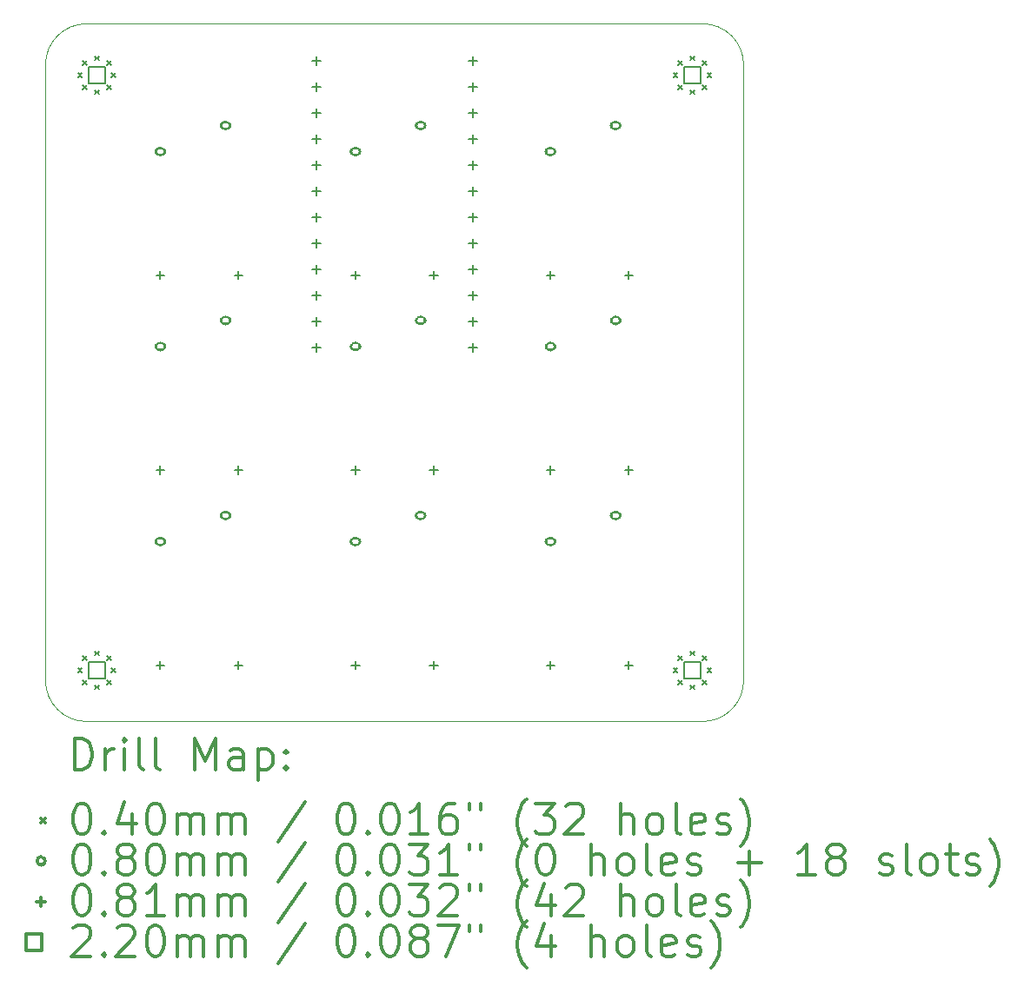
<source format=gbr>
%FSLAX45Y45*%
G04 Gerber Fmt 4.5, Leading zero omitted, Abs format (unit mm)*
G04 Created by KiCad (PCBNEW 5.1.6-1.fc32) date 2020-07-09 19:36:00*
%MOMM*%
%LPD*%
G01*
G04 APERTURE LIST*
%TA.AperFunction,Profile*%
%ADD10C,0.050000*%
%TD*%
%ADD11C,0.200000*%
%ADD12C,0.300000*%
G04 APERTURE END LIST*
D10*
X8500000Y-14900000D02*
X8500000Y-8900000D01*
X14900000Y-15300000D02*
X8900000Y-15300000D01*
X15300000Y-8900000D02*
X15300000Y-14900000D01*
X8900000Y-8500000D02*
X14900000Y-8500000D01*
X8500000Y-8900000D02*
G75*
G02*
X8900000Y-8500000I400000J0D01*
G01*
X8900000Y-15300000D02*
G75*
G02*
X8500000Y-14900000I0J400000D01*
G01*
X15300000Y-14900000D02*
G75*
G02*
X14900000Y-15300000I-400000J0D01*
G01*
X14900000Y-8500000D02*
G75*
G02*
X15300000Y-8900000I0J-400000D01*
G01*
D11*
X9096673Y-14896673D02*
X9136673Y-14936673D01*
X9136673Y-14896673D02*
X9096673Y-14936673D01*
X9145000Y-14780000D02*
X9185000Y-14820000D01*
X9185000Y-14780000D02*
X9145000Y-14820000D01*
X14663327Y-9096673D02*
X14703327Y-9136673D01*
X14703327Y-9096673D02*
X14663327Y-9136673D01*
X14615000Y-14780000D02*
X14655000Y-14820000D01*
X14655000Y-14780000D02*
X14615000Y-14820000D01*
X14663327Y-14663327D02*
X14703327Y-14703327D01*
X14703327Y-14663327D02*
X14663327Y-14703327D01*
X14663327Y-14896673D02*
X14703327Y-14936673D01*
X14703327Y-14896673D02*
X14663327Y-14936673D01*
X14780000Y-14615000D02*
X14820000Y-14655000D01*
X14820000Y-14615000D02*
X14780000Y-14655000D01*
X14780000Y-14945000D02*
X14820000Y-14985000D01*
X14820000Y-14945000D02*
X14780000Y-14985000D01*
X14896673Y-14663327D02*
X14936673Y-14703327D01*
X14936673Y-14663327D02*
X14896673Y-14703327D01*
X14896673Y-14896673D02*
X14936673Y-14936673D01*
X14936673Y-14896673D02*
X14896673Y-14936673D01*
X14945000Y-14780000D02*
X14985000Y-14820000D01*
X14985000Y-14780000D02*
X14945000Y-14820000D01*
X8815000Y-8980000D02*
X8855000Y-9020000D01*
X8855000Y-8980000D02*
X8815000Y-9020000D01*
X8863327Y-8863327D02*
X8903327Y-8903327D01*
X8903327Y-8863327D02*
X8863327Y-8903327D01*
X8863327Y-9096673D02*
X8903327Y-9136673D01*
X8903327Y-9096673D02*
X8863327Y-9136673D01*
X8980000Y-8815000D02*
X9020000Y-8855000D01*
X9020000Y-8815000D02*
X8980000Y-8855000D01*
X8980000Y-9145000D02*
X9020000Y-9185000D01*
X9020000Y-9145000D02*
X8980000Y-9185000D01*
X9096673Y-8863327D02*
X9136673Y-8903327D01*
X9136673Y-8863327D02*
X9096673Y-8903327D01*
X9096673Y-9096673D02*
X9136673Y-9136673D01*
X9136673Y-9096673D02*
X9096673Y-9136673D01*
X9145000Y-8980000D02*
X9185000Y-9020000D01*
X9185000Y-8980000D02*
X9145000Y-9020000D01*
X8815000Y-14780000D02*
X8855000Y-14820000D01*
X8855000Y-14780000D02*
X8815000Y-14820000D01*
X8863327Y-14663327D02*
X8903327Y-14703327D01*
X8903327Y-14663327D02*
X8863327Y-14703327D01*
X8863327Y-14896673D02*
X8903327Y-14936673D01*
X8903327Y-14896673D02*
X8863327Y-14936673D01*
X8980000Y-14615000D02*
X9020000Y-14655000D01*
X9020000Y-14615000D02*
X8980000Y-14655000D01*
X8980000Y-14945000D02*
X9020000Y-14985000D01*
X9020000Y-14945000D02*
X8980000Y-14985000D01*
X9096673Y-14663327D02*
X9136673Y-14703327D01*
X9136673Y-14663327D02*
X9096673Y-14703327D01*
X14615000Y-8980000D02*
X14655000Y-9020000D01*
X14655000Y-8980000D02*
X14615000Y-9020000D01*
X14663327Y-8863327D02*
X14703327Y-8903327D01*
X14703327Y-8863327D02*
X14663327Y-8903327D01*
X14780000Y-8815000D02*
X14820000Y-8855000D01*
X14820000Y-8815000D02*
X14780000Y-8855000D01*
X14780000Y-9145000D02*
X14820000Y-9185000D01*
X14820000Y-9145000D02*
X14780000Y-9185000D01*
X14896673Y-8863327D02*
X14936673Y-8903327D01*
X14936673Y-8863327D02*
X14896673Y-8903327D01*
X14896673Y-9096673D02*
X14936673Y-9136673D01*
X14936673Y-9096673D02*
X14896673Y-9136673D01*
X14945000Y-8980000D02*
X14985000Y-9020000D01*
X14985000Y-8980000D02*
X14945000Y-9020000D01*
X9659000Y-11646000D02*
G75*
G03*
X9659000Y-11646000I-40000J0D01*
G01*
X9599000Y-11676000D02*
X9639000Y-11676000D01*
X9599000Y-11616000D02*
X9639000Y-11616000D01*
X9639000Y-11676000D02*
G75*
G03*
X9639000Y-11616000I0J30000D01*
G01*
X9599000Y-11616000D02*
G75*
G03*
X9599000Y-11676000I0J-30000D01*
G01*
X10294000Y-11392000D02*
G75*
G03*
X10294000Y-11392000I-40000J0D01*
G01*
X10234000Y-11422000D02*
X10274000Y-11422000D01*
X10234000Y-11362000D02*
X10274000Y-11362000D01*
X10274000Y-11422000D02*
G75*
G03*
X10274000Y-11362000I0J30000D01*
G01*
X10234000Y-11362000D02*
G75*
G03*
X10234000Y-11422000I0J-30000D01*
G01*
X9659000Y-13546000D02*
G75*
G03*
X9659000Y-13546000I-40000J0D01*
G01*
X9599000Y-13576000D02*
X9639000Y-13576000D01*
X9599000Y-13516000D02*
X9639000Y-13516000D01*
X9639000Y-13576000D02*
G75*
G03*
X9639000Y-13516000I0J30000D01*
G01*
X9599000Y-13516000D02*
G75*
G03*
X9599000Y-13576000I0J-30000D01*
G01*
X10294000Y-13292000D02*
G75*
G03*
X10294000Y-13292000I-40000J0D01*
G01*
X10234000Y-13322000D02*
X10274000Y-13322000D01*
X10234000Y-13262000D02*
X10274000Y-13262000D01*
X10274000Y-13322000D02*
G75*
G03*
X10274000Y-13262000I0J30000D01*
G01*
X10234000Y-13262000D02*
G75*
G03*
X10234000Y-13322000I0J-30000D01*
G01*
X11559000Y-13546000D02*
G75*
G03*
X11559000Y-13546000I-40000J0D01*
G01*
X11499000Y-13576000D02*
X11539000Y-13576000D01*
X11499000Y-13516000D02*
X11539000Y-13516000D01*
X11539000Y-13576000D02*
G75*
G03*
X11539000Y-13516000I0J30000D01*
G01*
X11499000Y-13516000D02*
G75*
G03*
X11499000Y-13576000I0J-30000D01*
G01*
X12194000Y-13292000D02*
G75*
G03*
X12194000Y-13292000I-40000J0D01*
G01*
X12134000Y-13322000D02*
X12174000Y-13322000D01*
X12134000Y-13262000D02*
X12174000Y-13262000D01*
X12174000Y-13322000D02*
G75*
G03*
X12174000Y-13262000I0J30000D01*
G01*
X12134000Y-13262000D02*
G75*
G03*
X12134000Y-13322000I0J-30000D01*
G01*
X11559000Y-9746000D02*
G75*
G03*
X11559000Y-9746000I-40000J0D01*
G01*
X11499000Y-9776000D02*
X11539000Y-9776000D01*
X11499000Y-9716000D02*
X11539000Y-9716000D01*
X11539000Y-9776000D02*
G75*
G03*
X11539000Y-9716000I0J30000D01*
G01*
X11499000Y-9716000D02*
G75*
G03*
X11499000Y-9776000I0J-30000D01*
G01*
X12194000Y-9492000D02*
G75*
G03*
X12194000Y-9492000I-40000J0D01*
G01*
X12134000Y-9522000D02*
X12174000Y-9522000D01*
X12134000Y-9462000D02*
X12174000Y-9462000D01*
X12174000Y-9522000D02*
G75*
G03*
X12174000Y-9462000I0J30000D01*
G01*
X12134000Y-9462000D02*
G75*
G03*
X12134000Y-9522000I0J-30000D01*
G01*
X13459000Y-11646000D02*
G75*
G03*
X13459000Y-11646000I-40000J0D01*
G01*
X13399000Y-11676000D02*
X13439000Y-11676000D01*
X13399000Y-11616000D02*
X13439000Y-11616000D01*
X13439000Y-11676000D02*
G75*
G03*
X13439000Y-11616000I0J30000D01*
G01*
X13399000Y-11616000D02*
G75*
G03*
X13399000Y-11676000I0J-30000D01*
G01*
X14094000Y-11392000D02*
G75*
G03*
X14094000Y-11392000I-40000J0D01*
G01*
X14034000Y-11422000D02*
X14074000Y-11422000D01*
X14034000Y-11362000D02*
X14074000Y-11362000D01*
X14074000Y-11422000D02*
G75*
G03*
X14074000Y-11362000I0J30000D01*
G01*
X14034000Y-11362000D02*
G75*
G03*
X14034000Y-11422000I0J-30000D01*
G01*
X13459000Y-9746000D02*
G75*
G03*
X13459000Y-9746000I-40000J0D01*
G01*
X13399000Y-9776000D02*
X13439000Y-9776000D01*
X13399000Y-9716000D02*
X13439000Y-9716000D01*
X13439000Y-9776000D02*
G75*
G03*
X13439000Y-9716000I0J30000D01*
G01*
X13399000Y-9716000D02*
G75*
G03*
X13399000Y-9776000I0J-30000D01*
G01*
X14094000Y-9492000D02*
G75*
G03*
X14094000Y-9492000I-40000J0D01*
G01*
X14034000Y-9522000D02*
X14074000Y-9522000D01*
X14034000Y-9462000D02*
X14074000Y-9462000D01*
X14074000Y-9522000D02*
G75*
G03*
X14074000Y-9462000I0J30000D01*
G01*
X14034000Y-9462000D02*
G75*
G03*
X14034000Y-9522000I0J-30000D01*
G01*
X13459000Y-13546000D02*
G75*
G03*
X13459000Y-13546000I-40000J0D01*
G01*
X13399000Y-13576000D02*
X13439000Y-13576000D01*
X13399000Y-13516000D02*
X13439000Y-13516000D01*
X13439000Y-13576000D02*
G75*
G03*
X13439000Y-13516000I0J30000D01*
G01*
X13399000Y-13516000D02*
G75*
G03*
X13399000Y-13576000I0J-30000D01*
G01*
X14094000Y-13292000D02*
G75*
G03*
X14094000Y-13292000I-40000J0D01*
G01*
X14034000Y-13322000D02*
X14074000Y-13322000D01*
X14034000Y-13262000D02*
X14074000Y-13262000D01*
X14074000Y-13322000D02*
G75*
G03*
X14074000Y-13262000I0J30000D01*
G01*
X14034000Y-13262000D02*
G75*
G03*
X14034000Y-13322000I0J-30000D01*
G01*
X9659000Y-9746000D02*
G75*
G03*
X9659000Y-9746000I-40000J0D01*
G01*
X9599000Y-9776000D02*
X9639000Y-9776000D01*
X9599000Y-9716000D02*
X9639000Y-9716000D01*
X9639000Y-9776000D02*
G75*
G03*
X9639000Y-9716000I0J30000D01*
G01*
X9599000Y-9716000D02*
G75*
G03*
X9599000Y-9776000I0J-30000D01*
G01*
X10294000Y-9492000D02*
G75*
G03*
X10294000Y-9492000I-40000J0D01*
G01*
X10234000Y-9522000D02*
X10274000Y-9522000D01*
X10234000Y-9462000D02*
X10274000Y-9462000D01*
X10274000Y-9522000D02*
G75*
G03*
X10274000Y-9462000I0J30000D01*
G01*
X10234000Y-9462000D02*
G75*
G03*
X10234000Y-9522000I0J-30000D01*
G01*
X11559000Y-11646000D02*
G75*
G03*
X11559000Y-11646000I-40000J0D01*
G01*
X11499000Y-11676000D02*
X11539000Y-11676000D01*
X11499000Y-11616000D02*
X11539000Y-11616000D01*
X11539000Y-11676000D02*
G75*
G03*
X11539000Y-11616000I0J30000D01*
G01*
X11499000Y-11616000D02*
G75*
G03*
X11499000Y-11676000I0J-30000D01*
G01*
X12194000Y-11392000D02*
G75*
G03*
X12194000Y-11392000I-40000J0D01*
G01*
X12134000Y-11422000D02*
X12174000Y-11422000D01*
X12134000Y-11362000D02*
X12174000Y-11362000D01*
X12174000Y-11422000D02*
G75*
G03*
X12174000Y-11362000I0J30000D01*
G01*
X12134000Y-11362000D02*
G75*
G03*
X12134000Y-11422000I0J-30000D01*
G01*
X9619000Y-14709360D02*
X9619000Y-14790640D01*
X9578360Y-14750000D02*
X9659640Y-14750000D01*
X10381000Y-14709360D02*
X10381000Y-14790640D01*
X10340360Y-14750000D02*
X10421640Y-14750000D01*
X11519000Y-10909360D02*
X11519000Y-10990640D01*
X11478360Y-10950000D02*
X11559640Y-10950000D01*
X12281000Y-10909360D02*
X12281000Y-10990640D01*
X12240360Y-10950000D02*
X12321640Y-10950000D01*
X9619000Y-10909360D02*
X9619000Y-10990640D01*
X9578360Y-10950000D02*
X9659640Y-10950000D01*
X10381000Y-10909360D02*
X10381000Y-10990640D01*
X10340360Y-10950000D02*
X10421640Y-10950000D01*
X11519000Y-14709360D02*
X11519000Y-14790640D01*
X11478360Y-14750000D02*
X11559640Y-14750000D01*
X12281000Y-14709360D02*
X12281000Y-14790640D01*
X12240360Y-14750000D02*
X12321640Y-14750000D01*
X13419000Y-14709360D02*
X13419000Y-14790640D01*
X13378360Y-14750000D02*
X13459640Y-14750000D01*
X14181000Y-14709360D02*
X14181000Y-14790640D01*
X14140360Y-14750000D02*
X14221640Y-14750000D01*
X9619000Y-12809360D02*
X9619000Y-12890640D01*
X9578360Y-12850000D02*
X9659640Y-12850000D01*
X10381000Y-12809360D02*
X10381000Y-12890640D01*
X10340360Y-12850000D02*
X10421640Y-12850000D01*
X11519000Y-12809360D02*
X11519000Y-12890640D01*
X11478360Y-12850000D02*
X11559640Y-12850000D01*
X12281000Y-12809360D02*
X12281000Y-12890640D01*
X12240360Y-12850000D02*
X12321640Y-12850000D01*
X13419000Y-10909360D02*
X13419000Y-10990640D01*
X13378360Y-10950000D02*
X13459640Y-10950000D01*
X14181000Y-10909360D02*
X14181000Y-10990640D01*
X14140360Y-10950000D02*
X14221640Y-10950000D01*
X11138860Y-8821560D02*
X11138860Y-8902840D01*
X11098220Y-8862200D02*
X11179500Y-8862200D01*
X11138860Y-9075560D02*
X11138860Y-9156840D01*
X11098220Y-9116200D02*
X11179500Y-9116200D01*
X11138860Y-9329560D02*
X11138860Y-9410840D01*
X11098220Y-9370200D02*
X11179500Y-9370200D01*
X11138860Y-9583560D02*
X11138860Y-9664840D01*
X11098220Y-9624200D02*
X11179500Y-9624200D01*
X11138860Y-9837560D02*
X11138860Y-9918840D01*
X11098220Y-9878200D02*
X11179500Y-9878200D01*
X11138860Y-10091560D02*
X11138860Y-10172840D01*
X11098220Y-10132200D02*
X11179500Y-10132200D01*
X11138860Y-10345560D02*
X11138860Y-10426840D01*
X11098220Y-10386200D02*
X11179500Y-10386200D01*
X11138860Y-10599560D02*
X11138860Y-10680840D01*
X11098220Y-10640200D02*
X11179500Y-10640200D01*
X11138860Y-10853560D02*
X11138860Y-10934840D01*
X11098220Y-10894200D02*
X11179500Y-10894200D01*
X11138860Y-11107560D02*
X11138860Y-11188840D01*
X11098220Y-11148200D02*
X11179500Y-11148200D01*
X11138860Y-11361560D02*
X11138860Y-11442840D01*
X11098220Y-11402200D02*
X11179500Y-11402200D01*
X11138860Y-11615560D02*
X11138860Y-11696840D01*
X11098220Y-11656200D02*
X11179500Y-11656200D01*
X12660860Y-8821560D02*
X12660860Y-8902840D01*
X12620220Y-8862200D02*
X12701500Y-8862200D01*
X12660860Y-9075560D02*
X12660860Y-9156840D01*
X12620220Y-9116200D02*
X12701500Y-9116200D01*
X12660860Y-9329560D02*
X12660860Y-9410840D01*
X12620220Y-9370200D02*
X12701500Y-9370200D01*
X12660860Y-9583560D02*
X12660860Y-9664840D01*
X12620220Y-9624200D02*
X12701500Y-9624200D01*
X12660860Y-9837560D02*
X12660860Y-9918840D01*
X12620220Y-9878200D02*
X12701500Y-9878200D01*
X12660860Y-10091560D02*
X12660860Y-10172840D01*
X12620220Y-10132200D02*
X12701500Y-10132200D01*
X12660860Y-10345560D02*
X12660860Y-10426840D01*
X12620220Y-10386200D02*
X12701500Y-10386200D01*
X12660860Y-10599560D02*
X12660860Y-10680840D01*
X12620220Y-10640200D02*
X12701500Y-10640200D01*
X12660860Y-10853560D02*
X12660860Y-10934840D01*
X12620220Y-10894200D02*
X12701500Y-10894200D01*
X12660860Y-11107560D02*
X12660860Y-11188840D01*
X12620220Y-11148200D02*
X12701500Y-11148200D01*
X12660860Y-11361560D02*
X12660860Y-11442840D01*
X12620220Y-11402200D02*
X12701500Y-11402200D01*
X12660860Y-11615560D02*
X12660860Y-11696840D01*
X12620220Y-11656200D02*
X12701500Y-11656200D01*
X13419000Y-12809360D02*
X13419000Y-12890640D01*
X13378360Y-12850000D02*
X13459640Y-12850000D01*
X14181000Y-12809360D02*
X14181000Y-12890640D01*
X14140360Y-12850000D02*
X14221640Y-12850000D01*
X9077783Y-9077783D02*
X9077783Y-8922218D01*
X8922218Y-8922218D01*
X8922218Y-9077783D01*
X9077783Y-9077783D01*
X9077783Y-14877782D02*
X9077783Y-14722217D01*
X8922218Y-14722217D01*
X8922218Y-14877782D01*
X9077783Y-14877782D01*
X14877782Y-9077783D02*
X14877782Y-8922218D01*
X14722217Y-8922218D01*
X14722217Y-9077783D01*
X14877782Y-9077783D01*
X14877782Y-14877782D02*
X14877782Y-14722217D01*
X14722217Y-14722217D01*
X14722217Y-14877782D01*
X14877782Y-14877782D01*
D12*
X8783928Y-15768214D02*
X8783928Y-15468214D01*
X8855357Y-15468214D01*
X8898214Y-15482500D01*
X8926786Y-15511071D01*
X8941071Y-15539643D01*
X8955357Y-15596786D01*
X8955357Y-15639643D01*
X8941071Y-15696786D01*
X8926786Y-15725357D01*
X8898214Y-15753929D01*
X8855357Y-15768214D01*
X8783928Y-15768214D01*
X9083928Y-15768214D02*
X9083928Y-15568214D01*
X9083928Y-15625357D02*
X9098214Y-15596786D01*
X9112500Y-15582500D01*
X9141071Y-15568214D01*
X9169643Y-15568214D01*
X9269643Y-15768214D02*
X9269643Y-15568214D01*
X9269643Y-15468214D02*
X9255357Y-15482500D01*
X9269643Y-15496786D01*
X9283928Y-15482500D01*
X9269643Y-15468214D01*
X9269643Y-15496786D01*
X9455357Y-15768214D02*
X9426786Y-15753929D01*
X9412500Y-15725357D01*
X9412500Y-15468214D01*
X9612500Y-15768214D02*
X9583928Y-15753929D01*
X9569643Y-15725357D01*
X9569643Y-15468214D01*
X9955357Y-15768214D02*
X9955357Y-15468214D01*
X10055357Y-15682500D01*
X10155357Y-15468214D01*
X10155357Y-15768214D01*
X10426786Y-15768214D02*
X10426786Y-15611071D01*
X10412500Y-15582500D01*
X10383928Y-15568214D01*
X10326786Y-15568214D01*
X10298214Y-15582500D01*
X10426786Y-15753929D02*
X10398214Y-15768214D01*
X10326786Y-15768214D01*
X10298214Y-15753929D01*
X10283928Y-15725357D01*
X10283928Y-15696786D01*
X10298214Y-15668214D01*
X10326786Y-15653929D01*
X10398214Y-15653929D01*
X10426786Y-15639643D01*
X10569643Y-15568214D02*
X10569643Y-15868214D01*
X10569643Y-15582500D02*
X10598214Y-15568214D01*
X10655357Y-15568214D01*
X10683928Y-15582500D01*
X10698214Y-15596786D01*
X10712500Y-15625357D01*
X10712500Y-15711071D01*
X10698214Y-15739643D01*
X10683928Y-15753929D01*
X10655357Y-15768214D01*
X10598214Y-15768214D01*
X10569643Y-15753929D01*
X10841071Y-15739643D02*
X10855357Y-15753929D01*
X10841071Y-15768214D01*
X10826786Y-15753929D01*
X10841071Y-15739643D01*
X10841071Y-15768214D01*
X10841071Y-15582500D02*
X10855357Y-15596786D01*
X10841071Y-15611071D01*
X10826786Y-15596786D01*
X10841071Y-15582500D01*
X10841071Y-15611071D01*
X8457500Y-16242500D02*
X8497500Y-16282500D01*
X8497500Y-16242500D02*
X8457500Y-16282500D01*
X8841071Y-16098214D02*
X8869643Y-16098214D01*
X8898214Y-16112500D01*
X8912500Y-16126786D01*
X8926786Y-16155357D01*
X8941071Y-16212500D01*
X8941071Y-16283929D01*
X8926786Y-16341071D01*
X8912500Y-16369643D01*
X8898214Y-16383929D01*
X8869643Y-16398214D01*
X8841071Y-16398214D01*
X8812500Y-16383929D01*
X8798214Y-16369643D01*
X8783928Y-16341071D01*
X8769643Y-16283929D01*
X8769643Y-16212500D01*
X8783928Y-16155357D01*
X8798214Y-16126786D01*
X8812500Y-16112500D01*
X8841071Y-16098214D01*
X9069643Y-16369643D02*
X9083928Y-16383929D01*
X9069643Y-16398214D01*
X9055357Y-16383929D01*
X9069643Y-16369643D01*
X9069643Y-16398214D01*
X9341071Y-16198214D02*
X9341071Y-16398214D01*
X9269643Y-16083929D02*
X9198214Y-16298214D01*
X9383928Y-16298214D01*
X9555357Y-16098214D02*
X9583928Y-16098214D01*
X9612500Y-16112500D01*
X9626786Y-16126786D01*
X9641071Y-16155357D01*
X9655357Y-16212500D01*
X9655357Y-16283929D01*
X9641071Y-16341071D01*
X9626786Y-16369643D01*
X9612500Y-16383929D01*
X9583928Y-16398214D01*
X9555357Y-16398214D01*
X9526786Y-16383929D01*
X9512500Y-16369643D01*
X9498214Y-16341071D01*
X9483928Y-16283929D01*
X9483928Y-16212500D01*
X9498214Y-16155357D01*
X9512500Y-16126786D01*
X9526786Y-16112500D01*
X9555357Y-16098214D01*
X9783928Y-16398214D02*
X9783928Y-16198214D01*
X9783928Y-16226786D02*
X9798214Y-16212500D01*
X9826786Y-16198214D01*
X9869643Y-16198214D01*
X9898214Y-16212500D01*
X9912500Y-16241071D01*
X9912500Y-16398214D01*
X9912500Y-16241071D02*
X9926786Y-16212500D01*
X9955357Y-16198214D01*
X9998214Y-16198214D01*
X10026786Y-16212500D01*
X10041071Y-16241071D01*
X10041071Y-16398214D01*
X10183928Y-16398214D02*
X10183928Y-16198214D01*
X10183928Y-16226786D02*
X10198214Y-16212500D01*
X10226786Y-16198214D01*
X10269643Y-16198214D01*
X10298214Y-16212500D01*
X10312500Y-16241071D01*
X10312500Y-16398214D01*
X10312500Y-16241071D02*
X10326786Y-16212500D01*
X10355357Y-16198214D01*
X10398214Y-16198214D01*
X10426786Y-16212500D01*
X10441071Y-16241071D01*
X10441071Y-16398214D01*
X11026786Y-16083929D02*
X10769643Y-16469643D01*
X11412500Y-16098214D02*
X11441071Y-16098214D01*
X11469643Y-16112500D01*
X11483928Y-16126786D01*
X11498214Y-16155357D01*
X11512500Y-16212500D01*
X11512500Y-16283929D01*
X11498214Y-16341071D01*
X11483928Y-16369643D01*
X11469643Y-16383929D01*
X11441071Y-16398214D01*
X11412500Y-16398214D01*
X11383928Y-16383929D01*
X11369643Y-16369643D01*
X11355357Y-16341071D01*
X11341071Y-16283929D01*
X11341071Y-16212500D01*
X11355357Y-16155357D01*
X11369643Y-16126786D01*
X11383928Y-16112500D01*
X11412500Y-16098214D01*
X11641071Y-16369643D02*
X11655357Y-16383929D01*
X11641071Y-16398214D01*
X11626786Y-16383929D01*
X11641071Y-16369643D01*
X11641071Y-16398214D01*
X11841071Y-16098214D02*
X11869643Y-16098214D01*
X11898214Y-16112500D01*
X11912500Y-16126786D01*
X11926786Y-16155357D01*
X11941071Y-16212500D01*
X11941071Y-16283929D01*
X11926786Y-16341071D01*
X11912500Y-16369643D01*
X11898214Y-16383929D01*
X11869643Y-16398214D01*
X11841071Y-16398214D01*
X11812500Y-16383929D01*
X11798214Y-16369643D01*
X11783928Y-16341071D01*
X11769643Y-16283929D01*
X11769643Y-16212500D01*
X11783928Y-16155357D01*
X11798214Y-16126786D01*
X11812500Y-16112500D01*
X11841071Y-16098214D01*
X12226786Y-16398214D02*
X12055357Y-16398214D01*
X12141071Y-16398214D02*
X12141071Y-16098214D01*
X12112500Y-16141071D01*
X12083928Y-16169643D01*
X12055357Y-16183929D01*
X12483928Y-16098214D02*
X12426786Y-16098214D01*
X12398214Y-16112500D01*
X12383928Y-16126786D01*
X12355357Y-16169643D01*
X12341071Y-16226786D01*
X12341071Y-16341071D01*
X12355357Y-16369643D01*
X12369643Y-16383929D01*
X12398214Y-16398214D01*
X12455357Y-16398214D01*
X12483928Y-16383929D01*
X12498214Y-16369643D01*
X12512500Y-16341071D01*
X12512500Y-16269643D01*
X12498214Y-16241071D01*
X12483928Y-16226786D01*
X12455357Y-16212500D01*
X12398214Y-16212500D01*
X12369643Y-16226786D01*
X12355357Y-16241071D01*
X12341071Y-16269643D01*
X12626786Y-16098214D02*
X12626786Y-16155357D01*
X12741071Y-16098214D02*
X12741071Y-16155357D01*
X13183928Y-16512500D02*
X13169643Y-16498214D01*
X13141071Y-16455357D01*
X13126786Y-16426786D01*
X13112500Y-16383929D01*
X13098214Y-16312500D01*
X13098214Y-16255357D01*
X13112500Y-16183929D01*
X13126786Y-16141071D01*
X13141071Y-16112500D01*
X13169643Y-16069643D01*
X13183928Y-16055357D01*
X13269643Y-16098214D02*
X13455357Y-16098214D01*
X13355357Y-16212500D01*
X13398214Y-16212500D01*
X13426786Y-16226786D01*
X13441071Y-16241071D01*
X13455357Y-16269643D01*
X13455357Y-16341071D01*
X13441071Y-16369643D01*
X13426786Y-16383929D01*
X13398214Y-16398214D01*
X13312500Y-16398214D01*
X13283928Y-16383929D01*
X13269643Y-16369643D01*
X13569643Y-16126786D02*
X13583928Y-16112500D01*
X13612500Y-16098214D01*
X13683928Y-16098214D01*
X13712500Y-16112500D01*
X13726786Y-16126786D01*
X13741071Y-16155357D01*
X13741071Y-16183929D01*
X13726786Y-16226786D01*
X13555357Y-16398214D01*
X13741071Y-16398214D01*
X14098214Y-16398214D02*
X14098214Y-16098214D01*
X14226786Y-16398214D02*
X14226786Y-16241071D01*
X14212500Y-16212500D01*
X14183928Y-16198214D01*
X14141071Y-16198214D01*
X14112500Y-16212500D01*
X14098214Y-16226786D01*
X14412500Y-16398214D02*
X14383928Y-16383929D01*
X14369643Y-16369643D01*
X14355357Y-16341071D01*
X14355357Y-16255357D01*
X14369643Y-16226786D01*
X14383928Y-16212500D01*
X14412500Y-16198214D01*
X14455357Y-16198214D01*
X14483928Y-16212500D01*
X14498214Y-16226786D01*
X14512500Y-16255357D01*
X14512500Y-16341071D01*
X14498214Y-16369643D01*
X14483928Y-16383929D01*
X14455357Y-16398214D01*
X14412500Y-16398214D01*
X14683928Y-16398214D02*
X14655357Y-16383929D01*
X14641071Y-16355357D01*
X14641071Y-16098214D01*
X14912500Y-16383929D02*
X14883928Y-16398214D01*
X14826786Y-16398214D01*
X14798214Y-16383929D01*
X14783928Y-16355357D01*
X14783928Y-16241071D01*
X14798214Y-16212500D01*
X14826786Y-16198214D01*
X14883928Y-16198214D01*
X14912500Y-16212500D01*
X14926786Y-16241071D01*
X14926786Y-16269643D01*
X14783928Y-16298214D01*
X15041071Y-16383929D02*
X15069643Y-16398214D01*
X15126786Y-16398214D01*
X15155357Y-16383929D01*
X15169643Y-16355357D01*
X15169643Y-16341071D01*
X15155357Y-16312500D01*
X15126786Y-16298214D01*
X15083928Y-16298214D01*
X15055357Y-16283929D01*
X15041071Y-16255357D01*
X15041071Y-16241071D01*
X15055357Y-16212500D01*
X15083928Y-16198214D01*
X15126786Y-16198214D01*
X15155357Y-16212500D01*
X15269643Y-16512500D02*
X15283928Y-16498214D01*
X15312500Y-16455357D01*
X15326786Y-16426786D01*
X15341071Y-16383929D01*
X15355357Y-16312500D01*
X15355357Y-16255357D01*
X15341071Y-16183929D01*
X15326786Y-16141071D01*
X15312500Y-16112500D01*
X15283928Y-16069643D01*
X15269643Y-16055357D01*
X8497500Y-16658500D02*
G75*
G03*
X8497500Y-16658500I-40000J0D01*
G01*
X8841071Y-16494214D02*
X8869643Y-16494214D01*
X8898214Y-16508500D01*
X8912500Y-16522786D01*
X8926786Y-16551357D01*
X8941071Y-16608500D01*
X8941071Y-16679929D01*
X8926786Y-16737071D01*
X8912500Y-16765643D01*
X8898214Y-16779929D01*
X8869643Y-16794214D01*
X8841071Y-16794214D01*
X8812500Y-16779929D01*
X8798214Y-16765643D01*
X8783928Y-16737071D01*
X8769643Y-16679929D01*
X8769643Y-16608500D01*
X8783928Y-16551357D01*
X8798214Y-16522786D01*
X8812500Y-16508500D01*
X8841071Y-16494214D01*
X9069643Y-16765643D02*
X9083928Y-16779929D01*
X9069643Y-16794214D01*
X9055357Y-16779929D01*
X9069643Y-16765643D01*
X9069643Y-16794214D01*
X9255357Y-16622786D02*
X9226786Y-16608500D01*
X9212500Y-16594214D01*
X9198214Y-16565643D01*
X9198214Y-16551357D01*
X9212500Y-16522786D01*
X9226786Y-16508500D01*
X9255357Y-16494214D01*
X9312500Y-16494214D01*
X9341071Y-16508500D01*
X9355357Y-16522786D01*
X9369643Y-16551357D01*
X9369643Y-16565643D01*
X9355357Y-16594214D01*
X9341071Y-16608500D01*
X9312500Y-16622786D01*
X9255357Y-16622786D01*
X9226786Y-16637071D01*
X9212500Y-16651357D01*
X9198214Y-16679929D01*
X9198214Y-16737071D01*
X9212500Y-16765643D01*
X9226786Y-16779929D01*
X9255357Y-16794214D01*
X9312500Y-16794214D01*
X9341071Y-16779929D01*
X9355357Y-16765643D01*
X9369643Y-16737071D01*
X9369643Y-16679929D01*
X9355357Y-16651357D01*
X9341071Y-16637071D01*
X9312500Y-16622786D01*
X9555357Y-16494214D02*
X9583928Y-16494214D01*
X9612500Y-16508500D01*
X9626786Y-16522786D01*
X9641071Y-16551357D01*
X9655357Y-16608500D01*
X9655357Y-16679929D01*
X9641071Y-16737071D01*
X9626786Y-16765643D01*
X9612500Y-16779929D01*
X9583928Y-16794214D01*
X9555357Y-16794214D01*
X9526786Y-16779929D01*
X9512500Y-16765643D01*
X9498214Y-16737071D01*
X9483928Y-16679929D01*
X9483928Y-16608500D01*
X9498214Y-16551357D01*
X9512500Y-16522786D01*
X9526786Y-16508500D01*
X9555357Y-16494214D01*
X9783928Y-16794214D02*
X9783928Y-16594214D01*
X9783928Y-16622786D02*
X9798214Y-16608500D01*
X9826786Y-16594214D01*
X9869643Y-16594214D01*
X9898214Y-16608500D01*
X9912500Y-16637071D01*
X9912500Y-16794214D01*
X9912500Y-16637071D02*
X9926786Y-16608500D01*
X9955357Y-16594214D01*
X9998214Y-16594214D01*
X10026786Y-16608500D01*
X10041071Y-16637071D01*
X10041071Y-16794214D01*
X10183928Y-16794214D02*
X10183928Y-16594214D01*
X10183928Y-16622786D02*
X10198214Y-16608500D01*
X10226786Y-16594214D01*
X10269643Y-16594214D01*
X10298214Y-16608500D01*
X10312500Y-16637071D01*
X10312500Y-16794214D01*
X10312500Y-16637071D02*
X10326786Y-16608500D01*
X10355357Y-16594214D01*
X10398214Y-16594214D01*
X10426786Y-16608500D01*
X10441071Y-16637071D01*
X10441071Y-16794214D01*
X11026786Y-16479929D02*
X10769643Y-16865643D01*
X11412500Y-16494214D02*
X11441071Y-16494214D01*
X11469643Y-16508500D01*
X11483928Y-16522786D01*
X11498214Y-16551357D01*
X11512500Y-16608500D01*
X11512500Y-16679929D01*
X11498214Y-16737071D01*
X11483928Y-16765643D01*
X11469643Y-16779929D01*
X11441071Y-16794214D01*
X11412500Y-16794214D01*
X11383928Y-16779929D01*
X11369643Y-16765643D01*
X11355357Y-16737071D01*
X11341071Y-16679929D01*
X11341071Y-16608500D01*
X11355357Y-16551357D01*
X11369643Y-16522786D01*
X11383928Y-16508500D01*
X11412500Y-16494214D01*
X11641071Y-16765643D02*
X11655357Y-16779929D01*
X11641071Y-16794214D01*
X11626786Y-16779929D01*
X11641071Y-16765643D01*
X11641071Y-16794214D01*
X11841071Y-16494214D02*
X11869643Y-16494214D01*
X11898214Y-16508500D01*
X11912500Y-16522786D01*
X11926786Y-16551357D01*
X11941071Y-16608500D01*
X11941071Y-16679929D01*
X11926786Y-16737071D01*
X11912500Y-16765643D01*
X11898214Y-16779929D01*
X11869643Y-16794214D01*
X11841071Y-16794214D01*
X11812500Y-16779929D01*
X11798214Y-16765643D01*
X11783928Y-16737071D01*
X11769643Y-16679929D01*
X11769643Y-16608500D01*
X11783928Y-16551357D01*
X11798214Y-16522786D01*
X11812500Y-16508500D01*
X11841071Y-16494214D01*
X12041071Y-16494214D02*
X12226786Y-16494214D01*
X12126786Y-16608500D01*
X12169643Y-16608500D01*
X12198214Y-16622786D01*
X12212500Y-16637071D01*
X12226786Y-16665643D01*
X12226786Y-16737071D01*
X12212500Y-16765643D01*
X12198214Y-16779929D01*
X12169643Y-16794214D01*
X12083928Y-16794214D01*
X12055357Y-16779929D01*
X12041071Y-16765643D01*
X12512500Y-16794214D02*
X12341071Y-16794214D01*
X12426786Y-16794214D02*
X12426786Y-16494214D01*
X12398214Y-16537071D01*
X12369643Y-16565643D01*
X12341071Y-16579929D01*
X12626786Y-16494214D02*
X12626786Y-16551357D01*
X12741071Y-16494214D02*
X12741071Y-16551357D01*
X13183928Y-16908500D02*
X13169643Y-16894214D01*
X13141071Y-16851357D01*
X13126786Y-16822786D01*
X13112500Y-16779929D01*
X13098214Y-16708500D01*
X13098214Y-16651357D01*
X13112500Y-16579929D01*
X13126786Y-16537071D01*
X13141071Y-16508500D01*
X13169643Y-16465643D01*
X13183928Y-16451357D01*
X13355357Y-16494214D02*
X13383928Y-16494214D01*
X13412500Y-16508500D01*
X13426786Y-16522786D01*
X13441071Y-16551357D01*
X13455357Y-16608500D01*
X13455357Y-16679929D01*
X13441071Y-16737071D01*
X13426786Y-16765643D01*
X13412500Y-16779929D01*
X13383928Y-16794214D01*
X13355357Y-16794214D01*
X13326786Y-16779929D01*
X13312500Y-16765643D01*
X13298214Y-16737071D01*
X13283928Y-16679929D01*
X13283928Y-16608500D01*
X13298214Y-16551357D01*
X13312500Y-16522786D01*
X13326786Y-16508500D01*
X13355357Y-16494214D01*
X13812500Y-16794214D02*
X13812500Y-16494214D01*
X13941071Y-16794214D02*
X13941071Y-16637071D01*
X13926786Y-16608500D01*
X13898214Y-16594214D01*
X13855357Y-16594214D01*
X13826786Y-16608500D01*
X13812500Y-16622786D01*
X14126786Y-16794214D02*
X14098214Y-16779929D01*
X14083928Y-16765643D01*
X14069643Y-16737071D01*
X14069643Y-16651357D01*
X14083928Y-16622786D01*
X14098214Y-16608500D01*
X14126786Y-16594214D01*
X14169643Y-16594214D01*
X14198214Y-16608500D01*
X14212500Y-16622786D01*
X14226786Y-16651357D01*
X14226786Y-16737071D01*
X14212500Y-16765643D01*
X14198214Y-16779929D01*
X14169643Y-16794214D01*
X14126786Y-16794214D01*
X14398214Y-16794214D02*
X14369643Y-16779929D01*
X14355357Y-16751357D01*
X14355357Y-16494214D01*
X14626786Y-16779929D02*
X14598214Y-16794214D01*
X14541071Y-16794214D01*
X14512500Y-16779929D01*
X14498214Y-16751357D01*
X14498214Y-16637071D01*
X14512500Y-16608500D01*
X14541071Y-16594214D01*
X14598214Y-16594214D01*
X14626786Y-16608500D01*
X14641071Y-16637071D01*
X14641071Y-16665643D01*
X14498214Y-16694214D01*
X14755357Y-16779929D02*
X14783928Y-16794214D01*
X14841071Y-16794214D01*
X14869643Y-16779929D01*
X14883928Y-16751357D01*
X14883928Y-16737071D01*
X14869643Y-16708500D01*
X14841071Y-16694214D01*
X14798214Y-16694214D01*
X14769643Y-16679929D01*
X14755357Y-16651357D01*
X14755357Y-16637071D01*
X14769643Y-16608500D01*
X14798214Y-16594214D01*
X14841071Y-16594214D01*
X14869643Y-16608500D01*
X15241071Y-16679929D02*
X15469643Y-16679929D01*
X15355357Y-16794214D02*
X15355357Y-16565643D01*
X15998214Y-16794214D02*
X15826786Y-16794214D01*
X15912500Y-16794214D02*
X15912500Y-16494214D01*
X15883928Y-16537071D01*
X15855357Y-16565643D01*
X15826786Y-16579929D01*
X16169643Y-16622786D02*
X16141071Y-16608500D01*
X16126786Y-16594214D01*
X16112500Y-16565643D01*
X16112500Y-16551357D01*
X16126786Y-16522786D01*
X16141071Y-16508500D01*
X16169643Y-16494214D01*
X16226786Y-16494214D01*
X16255357Y-16508500D01*
X16269643Y-16522786D01*
X16283928Y-16551357D01*
X16283928Y-16565643D01*
X16269643Y-16594214D01*
X16255357Y-16608500D01*
X16226786Y-16622786D01*
X16169643Y-16622786D01*
X16141071Y-16637071D01*
X16126786Y-16651357D01*
X16112500Y-16679929D01*
X16112500Y-16737071D01*
X16126786Y-16765643D01*
X16141071Y-16779929D01*
X16169643Y-16794214D01*
X16226786Y-16794214D01*
X16255357Y-16779929D01*
X16269643Y-16765643D01*
X16283928Y-16737071D01*
X16283928Y-16679929D01*
X16269643Y-16651357D01*
X16255357Y-16637071D01*
X16226786Y-16622786D01*
X16626786Y-16779929D02*
X16655357Y-16794214D01*
X16712500Y-16794214D01*
X16741071Y-16779929D01*
X16755357Y-16751357D01*
X16755357Y-16737071D01*
X16741071Y-16708500D01*
X16712500Y-16694214D01*
X16669643Y-16694214D01*
X16641071Y-16679929D01*
X16626786Y-16651357D01*
X16626786Y-16637071D01*
X16641071Y-16608500D01*
X16669643Y-16594214D01*
X16712500Y-16594214D01*
X16741071Y-16608500D01*
X16926786Y-16794214D02*
X16898214Y-16779929D01*
X16883928Y-16751357D01*
X16883928Y-16494214D01*
X17083928Y-16794214D02*
X17055357Y-16779929D01*
X17041071Y-16765643D01*
X17026786Y-16737071D01*
X17026786Y-16651357D01*
X17041071Y-16622786D01*
X17055357Y-16608500D01*
X17083928Y-16594214D01*
X17126786Y-16594214D01*
X17155357Y-16608500D01*
X17169643Y-16622786D01*
X17183928Y-16651357D01*
X17183928Y-16737071D01*
X17169643Y-16765643D01*
X17155357Y-16779929D01*
X17126786Y-16794214D01*
X17083928Y-16794214D01*
X17269643Y-16594214D02*
X17383928Y-16594214D01*
X17312500Y-16494214D02*
X17312500Y-16751357D01*
X17326786Y-16779929D01*
X17355357Y-16794214D01*
X17383928Y-16794214D01*
X17469643Y-16779929D02*
X17498214Y-16794214D01*
X17555357Y-16794214D01*
X17583928Y-16779929D01*
X17598214Y-16751357D01*
X17598214Y-16737071D01*
X17583928Y-16708500D01*
X17555357Y-16694214D01*
X17512500Y-16694214D01*
X17483928Y-16679929D01*
X17469643Y-16651357D01*
X17469643Y-16637071D01*
X17483928Y-16608500D01*
X17512500Y-16594214D01*
X17555357Y-16594214D01*
X17583928Y-16608500D01*
X17698214Y-16908500D02*
X17712500Y-16894214D01*
X17741071Y-16851357D01*
X17755357Y-16822786D01*
X17769643Y-16779929D01*
X17783928Y-16708500D01*
X17783928Y-16651357D01*
X17769643Y-16579929D01*
X17755357Y-16537071D01*
X17741071Y-16508500D01*
X17712500Y-16465643D01*
X17698214Y-16451357D01*
X8456860Y-17013860D02*
X8456860Y-17095140D01*
X8416220Y-17054500D02*
X8497500Y-17054500D01*
X8841071Y-16890214D02*
X8869643Y-16890214D01*
X8898214Y-16904500D01*
X8912500Y-16918786D01*
X8926786Y-16947357D01*
X8941071Y-17004500D01*
X8941071Y-17075929D01*
X8926786Y-17133072D01*
X8912500Y-17161643D01*
X8898214Y-17175929D01*
X8869643Y-17190214D01*
X8841071Y-17190214D01*
X8812500Y-17175929D01*
X8798214Y-17161643D01*
X8783928Y-17133072D01*
X8769643Y-17075929D01*
X8769643Y-17004500D01*
X8783928Y-16947357D01*
X8798214Y-16918786D01*
X8812500Y-16904500D01*
X8841071Y-16890214D01*
X9069643Y-17161643D02*
X9083928Y-17175929D01*
X9069643Y-17190214D01*
X9055357Y-17175929D01*
X9069643Y-17161643D01*
X9069643Y-17190214D01*
X9255357Y-17018786D02*
X9226786Y-17004500D01*
X9212500Y-16990214D01*
X9198214Y-16961643D01*
X9198214Y-16947357D01*
X9212500Y-16918786D01*
X9226786Y-16904500D01*
X9255357Y-16890214D01*
X9312500Y-16890214D01*
X9341071Y-16904500D01*
X9355357Y-16918786D01*
X9369643Y-16947357D01*
X9369643Y-16961643D01*
X9355357Y-16990214D01*
X9341071Y-17004500D01*
X9312500Y-17018786D01*
X9255357Y-17018786D01*
X9226786Y-17033072D01*
X9212500Y-17047357D01*
X9198214Y-17075929D01*
X9198214Y-17133072D01*
X9212500Y-17161643D01*
X9226786Y-17175929D01*
X9255357Y-17190214D01*
X9312500Y-17190214D01*
X9341071Y-17175929D01*
X9355357Y-17161643D01*
X9369643Y-17133072D01*
X9369643Y-17075929D01*
X9355357Y-17047357D01*
X9341071Y-17033072D01*
X9312500Y-17018786D01*
X9655357Y-17190214D02*
X9483928Y-17190214D01*
X9569643Y-17190214D02*
X9569643Y-16890214D01*
X9541071Y-16933072D01*
X9512500Y-16961643D01*
X9483928Y-16975929D01*
X9783928Y-17190214D02*
X9783928Y-16990214D01*
X9783928Y-17018786D02*
X9798214Y-17004500D01*
X9826786Y-16990214D01*
X9869643Y-16990214D01*
X9898214Y-17004500D01*
X9912500Y-17033072D01*
X9912500Y-17190214D01*
X9912500Y-17033072D02*
X9926786Y-17004500D01*
X9955357Y-16990214D01*
X9998214Y-16990214D01*
X10026786Y-17004500D01*
X10041071Y-17033072D01*
X10041071Y-17190214D01*
X10183928Y-17190214D02*
X10183928Y-16990214D01*
X10183928Y-17018786D02*
X10198214Y-17004500D01*
X10226786Y-16990214D01*
X10269643Y-16990214D01*
X10298214Y-17004500D01*
X10312500Y-17033072D01*
X10312500Y-17190214D01*
X10312500Y-17033072D02*
X10326786Y-17004500D01*
X10355357Y-16990214D01*
X10398214Y-16990214D01*
X10426786Y-17004500D01*
X10441071Y-17033072D01*
X10441071Y-17190214D01*
X11026786Y-16875929D02*
X10769643Y-17261643D01*
X11412500Y-16890214D02*
X11441071Y-16890214D01*
X11469643Y-16904500D01*
X11483928Y-16918786D01*
X11498214Y-16947357D01*
X11512500Y-17004500D01*
X11512500Y-17075929D01*
X11498214Y-17133072D01*
X11483928Y-17161643D01*
X11469643Y-17175929D01*
X11441071Y-17190214D01*
X11412500Y-17190214D01*
X11383928Y-17175929D01*
X11369643Y-17161643D01*
X11355357Y-17133072D01*
X11341071Y-17075929D01*
X11341071Y-17004500D01*
X11355357Y-16947357D01*
X11369643Y-16918786D01*
X11383928Y-16904500D01*
X11412500Y-16890214D01*
X11641071Y-17161643D02*
X11655357Y-17175929D01*
X11641071Y-17190214D01*
X11626786Y-17175929D01*
X11641071Y-17161643D01*
X11641071Y-17190214D01*
X11841071Y-16890214D02*
X11869643Y-16890214D01*
X11898214Y-16904500D01*
X11912500Y-16918786D01*
X11926786Y-16947357D01*
X11941071Y-17004500D01*
X11941071Y-17075929D01*
X11926786Y-17133072D01*
X11912500Y-17161643D01*
X11898214Y-17175929D01*
X11869643Y-17190214D01*
X11841071Y-17190214D01*
X11812500Y-17175929D01*
X11798214Y-17161643D01*
X11783928Y-17133072D01*
X11769643Y-17075929D01*
X11769643Y-17004500D01*
X11783928Y-16947357D01*
X11798214Y-16918786D01*
X11812500Y-16904500D01*
X11841071Y-16890214D01*
X12041071Y-16890214D02*
X12226786Y-16890214D01*
X12126786Y-17004500D01*
X12169643Y-17004500D01*
X12198214Y-17018786D01*
X12212500Y-17033072D01*
X12226786Y-17061643D01*
X12226786Y-17133072D01*
X12212500Y-17161643D01*
X12198214Y-17175929D01*
X12169643Y-17190214D01*
X12083928Y-17190214D01*
X12055357Y-17175929D01*
X12041071Y-17161643D01*
X12341071Y-16918786D02*
X12355357Y-16904500D01*
X12383928Y-16890214D01*
X12455357Y-16890214D01*
X12483928Y-16904500D01*
X12498214Y-16918786D01*
X12512500Y-16947357D01*
X12512500Y-16975929D01*
X12498214Y-17018786D01*
X12326786Y-17190214D01*
X12512500Y-17190214D01*
X12626786Y-16890214D02*
X12626786Y-16947357D01*
X12741071Y-16890214D02*
X12741071Y-16947357D01*
X13183928Y-17304500D02*
X13169643Y-17290214D01*
X13141071Y-17247357D01*
X13126786Y-17218786D01*
X13112500Y-17175929D01*
X13098214Y-17104500D01*
X13098214Y-17047357D01*
X13112500Y-16975929D01*
X13126786Y-16933072D01*
X13141071Y-16904500D01*
X13169643Y-16861643D01*
X13183928Y-16847357D01*
X13426786Y-16990214D02*
X13426786Y-17190214D01*
X13355357Y-16875929D02*
X13283928Y-17090214D01*
X13469643Y-17090214D01*
X13569643Y-16918786D02*
X13583928Y-16904500D01*
X13612500Y-16890214D01*
X13683928Y-16890214D01*
X13712500Y-16904500D01*
X13726786Y-16918786D01*
X13741071Y-16947357D01*
X13741071Y-16975929D01*
X13726786Y-17018786D01*
X13555357Y-17190214D01*
X13741071Y-17190214D01*
X14098214Y-17190214D02*
X14098214Y-16890214D01*
X14226786Y-17190214D02*
X14226786Y-17033072D01*
X14212500Y-17004500D01*
X14183928Y-16990214D01*
X14141071Y-16990214D01*
X14112500Y-17004500D01*
X14098214Y-17018786D01*
X14412500Y-17190214D02*
X14383928Y-17175929D01*
X14369643Y-17161643D01*
X14355357Y-17133072D01*
X14355357Y-17047357D01*
X14369643Y-17018786D01*
X14383928Y-17004500D01*
X14412500Y-16990214D01*
X14455357Y-16990214D01*
X14483928Y-17004500D01*
X14498214Y-17018786D01*
X14512500Y-17047357D01*
X14512500Y-17133072D01*
X14498214Y-17161643D01*
X14483928Y-17175929D01*
X14455357Y-17190214D01*
X14412500Y-17190214D01*
X14683928Y-17190214D02*
X14655357Y-17175929D01*
X14641071Y-17147357D01*
X14641071Y-16890214D01*
X14912500Y-17175929D02*
X14883928Y-17190214D01*
X14826786Y-17190214D01*
X14798214Y-17175929D01*
X14783928Y-17147357D01*
X14783928Y-17033072D01*
X14798214Y-17004500D01*
X14826786Y-16990214D01*
X14883928Y-16990214D01*
X14912500Y-17004500D01*
X14926786Y-17033072D01*
X14926786Y-17061643D01*
X14783928Y-17090214D01*
X15041071Y-17175929D02*
X15069643Y-17190214D01*
X15126786Y-17190214D01*
X15155357Y-17175929D01*
X15169643Y-17147357D01*
X15169643Y-17133072D01*
X15155357Y-17104500D01*
X15126786Y-17090214D01*
X15083928Y-17090214D01*
X15055357Y-17075929D01*
X15041071Y-17047357D01*
X15041071Y-17033072D01*
X15055357Y-17004500D01*
X15083928Y-16990214D01*
X15126786Y-16990214D01*
X15155357Y-17004500D01*
X15269643Y-17304500D02*
X15283928Y-17290214D01*
X15312500Y-17247357D01*
X15326786Y-17218786D01*
X15341071Y-17175929D01*
X15355357Y-17104500D01*
X15355357Y-17047357D01*
X15341071Y-16975929D01*
X15326786Y-16933072D01*
X15312500Y-16904500D01*
X15283928Y-16861643D01*
X15269643Y-16847357D01*
X8465282Y-17528283D02*
X8465282Y-17372718D01*
X8309717Y-17372718D01*
X8309717Y-17528283D01*
X8465282Y-17528283D01*
X8769643Y-17314786D02*
X8783928Y-17300500D01*
X8812500Y-17286214D01*
X8883928Y-17286214D01*
X8912500Y-17300500D01*
X8926786Y-17314786D01*
X8941071Y-17343357D01*
X8941071Y-17371929D01*
X8926786Y-17414786D01*
X8755357Y-17586214D01*
X8941071Y-17586214D01*
X9069643Y-17557643D02*
X9083928Y-17571929D01*
X9069643Y-17586214D01*
X9055357Y-17571929D01*
X9069643Y-17557643D01*
X9069643Y-17586214D01*
X9198214Y-17314786D02*
X9212500Y-17300500D01*
X9241071Y-17286214D01*
X9312500Y-17286214D01*
X9341071Y-17300500D01*
X9355357Y-17314786D01*
X9369643Y-17343357D01*
X9369643Y-17371929D01*
X9355357Y-17414786D01*
X9183928Y-17586214D01*
X9369643Y-17586214D01*
X9555357Y-17286214D02*
X9583928Y-17286214D01*
X9612500Y-17300500D01*
X9626786Y-17314786D01*
X9641071Y-17343357D01*
X9655357Y-17400500D01*
X9655357Y-17471929D01*
X9641071Y-17529072D01*
X9626786Y-17557643D01*
X9612500Y-17571929D01*
X9583928Y-17586214D01*
X9555357Y-17586214D01*
X9526786Y-17571929D01*
X9512500Y-17557643D01*
X9498214Y-17529072D01*
X9483928Y-17471929D01*
X9483928Y-17400500D01*
X9498214Y-17343357D01*
X9512500Y-17314786D01*
X9526786Y-17300500D01*
X9555357Y-17286214D01*
X9783928Y-17586214D02*
X9783928Y-17386214D01*
X9783928Y-17414786D02*
X9798214Y-17400500D01*
X9826786Y-17386214D01*
X9869643Y-17386214D01*
X9898214Y-17400500D01*
X9912500Y-17429072D01*
X9912500Y-17586214D01*
X9912500Y-17429072D02*
X9926786Y-17400500D01*
X9955357Y-17386214D01*
X9998214Y-17386214D01*
X10026786Y-17400500D01*
X10041071Y-17429072D01*
X10041071Y-17586214D01*
X10183928Y-17586214D02*
X10183928Y-17386214D01*
X10183928Y-17414786D02*
X10198214Y-17400500D01*
X10226786Y-17386214D01*
X10269643Y-17386214D01*
X10298214Y-17400500D01*
X10312500Y-17429072D01*
X10312500Y-17586214D01*
X10312500Y-17429072D02*
X10326786Y-17400500D01*
X10355357Y-17386214D01*
X10398214Y-17386214D01*
X10426786Y-17400500D01*
X10441071Y-17429072D01*
X10441071Y-17586214D01*
X11026786Y-17271929D02*
X10769643Y-17657643D01*
X11412500Y-17286214D02*
X11441071Y-17286214D01*
X11469643Y-17300500D01*
X11483928Y-17314786D01*
X11498214Y-17343357D01*
X11512500Y-17400500D01*
X11512500Y-17471929D01*
X11498214Y-17529072D01*
X11483928Y-17557643D01*
X11469643Y-17571929D01*
X11441071Y-17586214D01*
X11412500Y-17586214D01*
X11383928Y-17571929D01*
X11369643Y-17557643D01*
X11355357Y-17529072D01*
X11341071Y-17471929D01*
X11341071Y-17400500D01*
X11355357Y-17343357D01*
X11369643Y-17314786D01*
X11383928Y-17300500D01*
X11412500Y-17286214D01*
X11641071Y-17557643D02*
X11655357Y-17571929D01*
X11641071Y-17586214D01*
X11626786Y-17571929D01*
X11641071Y-17557643D01*
X11641071Y-17586214D01*
X11841071Y-17286214D02*
X11869643Y-17286214D01*
X11898214Y-17300500D01*
X11912500Y-17314786D01*
X11926786Y-17343357D01*
X11941071Y-17400500D01*
X11941071Y-17471929D01*
X11926786Y-17529072D01*
X11912500Y-17557643D01*
X11898214Y-17571929D01*
X11869643Y-17586214D01*
X11841071Y-17586214D01*
X11812500Y-17571929D01*
X11798214Y-17557643D01*
X11783928Y-17529072D01*
X11769643Y-17471929D01*
X11769643Y-17400500D01*
X11783928Y-17343357D01*
X11798214Y-17314786D01*
X11812500Y-17300500D01*
X11841071Y-17286214D01*
X12112500Y-17414786D02*
X12083928Y-17400500D01*
X12069643Y-17386214D01*
X12055357Y-17357643D01*
X12055357Y-17343357D01*
X12069643Y-17314786D01*
X12083928Y-17300500D01*
X12112500Y-17286214D01*
X12169643Y-17286214D01*
X12198214Y-17300500D01*
X12212500Y-17314786D01*
X12226786Y-17343357D01*
X12226786Y-17357643D01*
X12212500Y-17386214D01*
X12198214Y-17400500D01*
X12169643Y-17414786D01*
X12112500Y-17414786D01*
X12083928Y-17429072D01*
X12069643Y-17443357D01*
X12055357Y-17471929D01*
X12055357Y-17529072D01*
X12069643Y-17557643D01*
X12083928Y-17571929D01*
X12112500Y-17586214D01*
X12169643Y-17586214D01*
X12198214Y-17571929D01*
X12212500Y-17557643D01*
X12226786Y-17529072D01*
X12226786Y-17471929D01*
X12212500Y-17443357D01*
X12198214Y-17429072D01*
X12169643Y-17414786D01*
X12326786Y-17286214D02*
X12526786Y-17286214D01*
X12398214Y-17586214D01*
X12626786Y-17286214D02*
X12626786Y-17343357D01*
X12741071Y-17286214D02*
X12741071Y-17343357D01*
X13183928Y-17700500D02*
X13169643Y-17686214D01*
X13141071Y-17643357D01*
X13126786Y-17614786D01*
X13112500Y-17571929D01*
X13098214Y-17500500D01*
X13098214Y-17443357D01*
X13112500Y-17371929D01*
X13126786Y-17329072D01*
X13141071Y-17300500D01*
X13169643Y-17257643D01*
X13183928Y-17243357D01*
X13426786Y-17386214D02*
X13426786Y-17586214D01*
X13355357Y-17271929D02*
X13283928Y-17486214D01*
X13469643Y-17486214D01*
X13812500Y-17586214D02*
X13812500Y-17286214D01*
X13941071Y-17586214D02*
X13941071Y-17429072D01*
X13926786Y-17400500D01*
X13898214Y-17386214D01*
X13855357Y-17386214D01*
X13826786Y-17400500D01*
X13812500Y-17414786D01*
X14126786Y-17586214D02*
X14098214Y-17571929D01*
X14083928Y-17557643D01*
X14069643Y-17529072D01*
X14069643Y-17443357D01*
X14083928Y-17414786D01*
X14098214Y-17400500D01*
X14126786Y-17386214D01*
X14169643Y-17386214D01*
X14198214Y-17400500D01*
X14212500Y-17414786D01*
X14226786Y-17443357D01*
X14226786Y-17529072D01*
X14212500Y-17557643D01*
X14198214Y-17571929D01*
X14169643Y-17586214D01*
X14126786Y-17586214D01*
X14398214Y-17586214D02*
X14369643Y-17571929D01*
X14355357Y-17543357D01*
X14355357Y-17286214D01*
X14626786Y-17571929D02*
X14598214Y-17586214D01*
X14541071Y-17586214D01*
X14512500Y-17571929D01*
X14498214Y-17543357D01*
X14498214Y-17429072D01*
X14512500Y-17400500D01*
X14541071Y-17386214D01*
X14598214Y-17386214D01*
X14626786Y-17400500D01*
X14641071Y-17429072D01*
X14641071Y-17457643D01*
X14498214Y-17486214D01*
X14755357Y-17571929D02*
X14783928Y-17586214D01*
X14841071Y-17586214D01*
X14869643Y-17571929D01*
X14883928Y-17543357D01*
X14883928Y-17529072D01*
X14869643Y-17500500D01*
X14841071Y-17486214D01*
X14798214Y-17486214D01*
X14769643Y-17471929D01*
X14755357Y-17443357D01*
X14755357Y-17429072D01*
X14769643Y-17400500D01*
X14798214Y-17386214D01*
X14841071Y-17386214D01*
X14869643Y-17400500D01*
X14983928Y-17700500D02*
X14998214Y-17686214D01*
X15026786Y-17643357D01*
X15041071Y-17614786D01*
X15055357Y-17571929D01*
X15069643Y-17500500D01*
X15069643Y-17443357D01*
X15055357Y-17371929D01*
X15041071Y-17329072D01*
X15026786Y-17300500D01*
X14998214Y-17257643D01*
X14983928Y-17243357D01*
M02*

</source>
